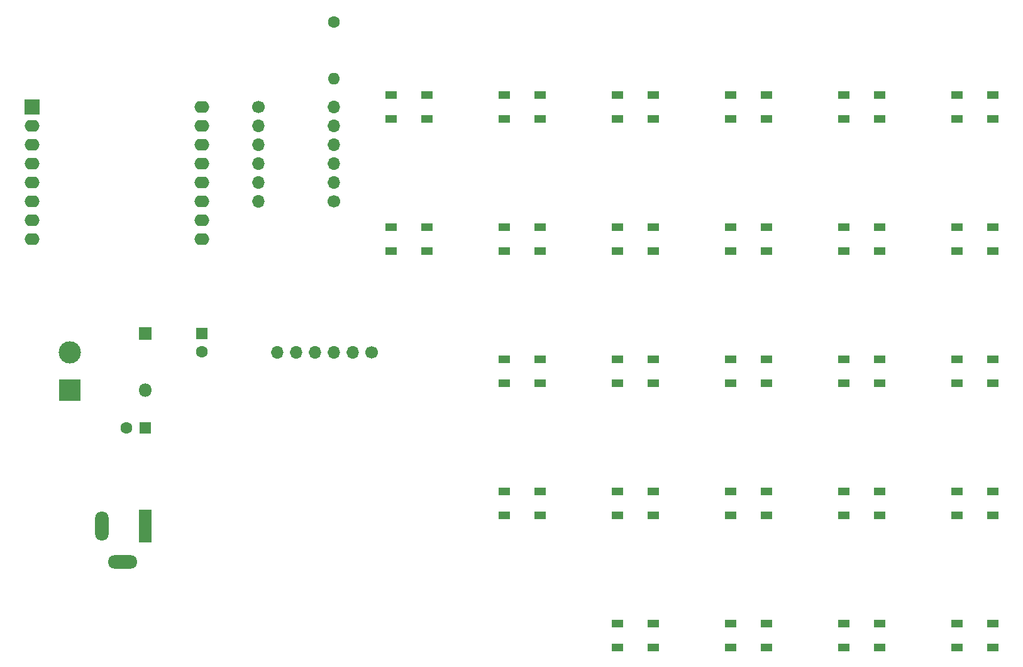
<source format=gts>
%TF.GenerationSoftware,KiCad,Pcbnew,5.1.10*%
%TF.CreationDate,2021-10-31T13:45:51+01:00*%
%TF.ProjectId,binaryclock,62696e61-7279-4636-9c6f-636b2e6b6963,rev?*%
%TF.SameCoordinates,Original*%
%TF.FileFunction,Soldermask,Top*%
%TF.FilePolarity,Negative*%
%FSLAX46Y46*%
G04 Gerber Fmt 4.6, Leading zero omitted, Abs format (unit mm)*
G04 Created by KiCad (PCBNEW 5.1.10) date 2021-10-31 13:45:51*
%MOMM*%
%LPD*%
G01*
G04 APERTURE LIST*
%ADD10O,1.700000X1.700000*%
%ADD11C,1.700000*%
%ADD12C,1.600000*%
%ADD13R,1.600000X1.600000*%
%ADD14R,1.800000X1.800000*%
%ADD15O,1.800000X1.800000*%
%ADD16R,1.500000X1.000000*%
%ADD17O,4.000000X1.800000*%
%ADD18O,1.800000X4.000000*%
%ADD19R,1.800000X4.400000*%
%ADD20C,3.000000*%
%ADD21R,3.000000X3.000000*%
%ADD22O,1.600000X1.600000*%
%ADD23O,2.000000X1.600000*%
%ADD24R,2.000000X2.000000*%
G04 APERTURE END LIST*
D10*
%TO.C,J5*%
X71120000Y-86360000D03*
X73660000Y-86360000D03*
X76200000Y-86360000D03*
X78740000Y-86360000D03*
X81280000Y-86360000D03*
D11*
X83820000Y-86360000D03*
%TD*%
D12*
%TO.C,C1*%
X50840000Y-96520000D03*
D13*
X53340000Y-96520000D03*
%TD*%
%TO.C,C2*%
X60960000Y-83820000D03*
D12*
X60960000Y-86320000D03*
%TD*%
D14*
%TO.C,D1*%
X53340000Y-83820000D03*
D15*
X53340000Y-91440000D03*
%TD*%
D16*
%TO.C,D2*%
X162650000Y-51740000D03*
X162650000Y-54940000D03*
X167550000Y-51740000D03*
X167550000Y-54940000D03*
%TD*%
%TO.C,D3*%
X152310000Y-54940000D03*
X152310000Y-51740000D03*
X147410000Y-54940000D03*
X147410000Y-51740000D03*
%TD*%
%TO.C,D4*%
X137070000Y-54940000D03*
X137070000Y-51740000D03*
X132170000Y-54940000D03*
X132170000Y-51740000D03*
%TD*%
%TO.C,D5*%
X116930000Y-51740000D03*
X116930000Y-54940000D03*
X121830000Y-51740000D03*
X121830000Y-54940000D03*
%TD*%
%TO.C,D6*%
X101690000Y-51740000D03*
X101690000Y-54940000D03*
X106590000Y-51740000D03*
X106590000Y-54940000D03*
%TD*%
%TO.C,D7*%
X91350000Y-54940000D03*
X91350000Y-51740000D03*
X86450000Y-54940000D03*
X86450000Y-51740000D03*
%TD*%
%TO.C,D8*%
X162650000Y-69520000D03*
X162650000Y-72720000D03*
X167550000Y-69520000D03*
X167550000Y-72720000D03*
%TD*%
%TO.C,D9*%
X147410000Y-69520000D03*
X147410000Y-72720000D03*
X152310000Y-69520000D03*
X152310000Y-72720000D03*
%TD*%
%TO.C,D10*%
X137070000Y-72720000D03*
X137070000Y-69520000D03*
X132170000Y-72720000D03*
X132170000Y-69520000D03*
%TD*%
%TO.C,D11*%
X116930000Y-69520000D03*
X116930000Y-72720000D03*
X121830000Y-69520000D03*
X121830000Y-72720000D03*
%TD*%
%TO.C,D12*%
X106590000Y-72720000D03*
X106590000Y-69520000D03*
X101690000Y-72720000D03*
X101690000Y-69520000D03*
%TD*%
%TO.C,D13*%
X86450000Y-69520000D03*
X86450000Y-72720000D03*
X91350000Y-69520000D03*
X91350000Y-72720000D03*
%TD*%
%TO.C,D14*%
X167550000Y-90500000D03*
X167550000Y-87300000D03*
X162650000Y-90500000D03*
X162650000Y-87300000D03*
%TD*%
%TO.C,D15*%
X147410000Y-87300000D03*
X147410000Y-90500000D03*
X152310000Y-87300000D03*
X152310000Y-90500000D03*
%TD*%
%TO.C,D16*%
X137070000Y-90500000D03*
X137070000Y-87300000D03*
X132170000Y-90500000D03*
X132170000Y-87300000D03*
%TD*%
%TO.C,D17*%
X121830000Y-90500000D03*
X121830000Y-87300000D03*
X116930000Y-90500000D03*
X116930000Y-87300000D03*
%TD*%
%TO.C,D18*%
X106590000Y-90500000D03*
X106590000Y-87300000D03*
X101690000Y-90500000D03*
X101690000Y-87300000D03*
%TD*%
%TO.C,D19*%
X162650000Y-105080000D03*
X162650000Y-108280000D03*
X167550000Y-105080000D03*
X167550000Y-108280000D03*
%TD*%
%TO.C,D20*%
X152310000Y-108280000D03*
X152310000Y-105080000D03*
X147410000Y-108280000D03*
X147410000Y-105080000D03*
%TD*%
%TO.C,D21*%
X132170000Y-105080000D03*
X132170000Y-108280000D03*
X137070000Y-105080000D03*
X137070000Y-108280000D03*
%TD*%
%TO.C,D22*%
X121830000Y-108280000D03*
X121830000Y-105080000D03*
X116930000Y-108280000D03*
X116930000Y-105080000D03*
%TD*%
%TO.C,D23*%
X101690000Y-105080000D03*
X101690000Y-108280000D03*
X106590000Y-105080000D03*
X106590000Y-108280000D03*
%TD*%
%TO.C,D24*%
X162650000Y-122860000D03*
X162650000Y-126060000D03*
X167550000Y-122860000D03*
X167550000Y-126060000D03*
%TD*%
%TO.C,D25*%
X152310000Y-126060000D03*
X152310000Y-122860000D03*
X147410000Y-126060000D03*
X147410000Y-122860000D03*
%TD*%
%TO.C,D26*%
X137070000Y-126060000D03*
X137070000Y-122860000D03*
X132170000Y-126060000D03*
X132170000Y-122860000D03*
%TD*%
%TO.C,D27*%
X116930000Y-122860000D03*
X116930000Y-126060000D03*
X121830000Y-122860000D03*
X121830000Y-126060000D03*
%TD*%
D17*
%TO.C,J1*%
X50340000Y-114553400D03*
D18*
X47540000Y-109753400D03*
D19*
X53340000Y-109753400D03*
%TD*%
D20*
%TO.C,J2*%
X43180000Y-86360000D03*
D21*
X43180000Y-91440000D03*
%TD*%
D10*
%TO.C,J3*%
X68580000Y-66040000D03*
X68580000Y-63500000D03*
X68580000Y-60960000D03*
X68580000Y-58420000D03*
X68580000Y-55880000D03*
D11*
X68580000Y-53340000D03*
%TD*%
%TO.C,J4*%
X78740000Y-66040000D03*
D10*
X78740000Y-63500000D03*
X78740000Y-60960000D03*
X78740000Y-58420000D03*
X78740000Y-55880000D03*
X78740000Y-53340000D03*
%TD*%
D12*
%TO.C,R1*%
X78740000Y-41910000D03*
D22*
X78740000Y-49530000D03*
%TD*%
D23*
%TO.C,U1*%
X38100000Y-55880000D03*
D24*
X38100000Y-53340000D03*
D23*
X38100000Y-58420000D03*
X38100000Y-60960000D03*
X38100000Y-63500000D03*
X38100000Y-66040000D03*
X38100000Y-68580000D03*
X38100000Y-71120000D03*
X60960000Y-71120000D03*
X60960000Y-68580000D03*
X60960000Y-66040000D03*
X60960000Y-63500000D03*
X60960000Y-60960000D03*
X60960000Y-58420000D03*
X60960000Y-55880000D03*
X60960000Y-53340000D03*
%TD*%
M02*

</source>
